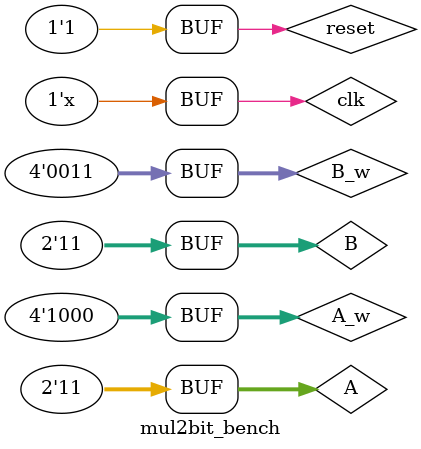
<source format=v>
`timescale 1ns / 1ps


module mul2bit_bench();
reg clk,reset;
reg [1:0] A,B;
reg [3:0] A_w,B_w;

wire [3:0] result;
wire [4:0] result_w;

mul_2bit mul_2bit1(
    .clk(clk),
    .reset(reset),
    .A(A),
    .B(B),
    .A_w(A_w),
    .B_w(B_w),
    .result(result),
    .result_w(result_w)
);

initial clk = 1;
always #1 clk <= ~clk;

initial
begin
    reset<=1'b0;     A<=2'b11;  B<=2'b11;   A_w<=4'b1000;   B_w<=4'b0011;
    #2 reset<=1'b1;

end



endmodule

</source>
